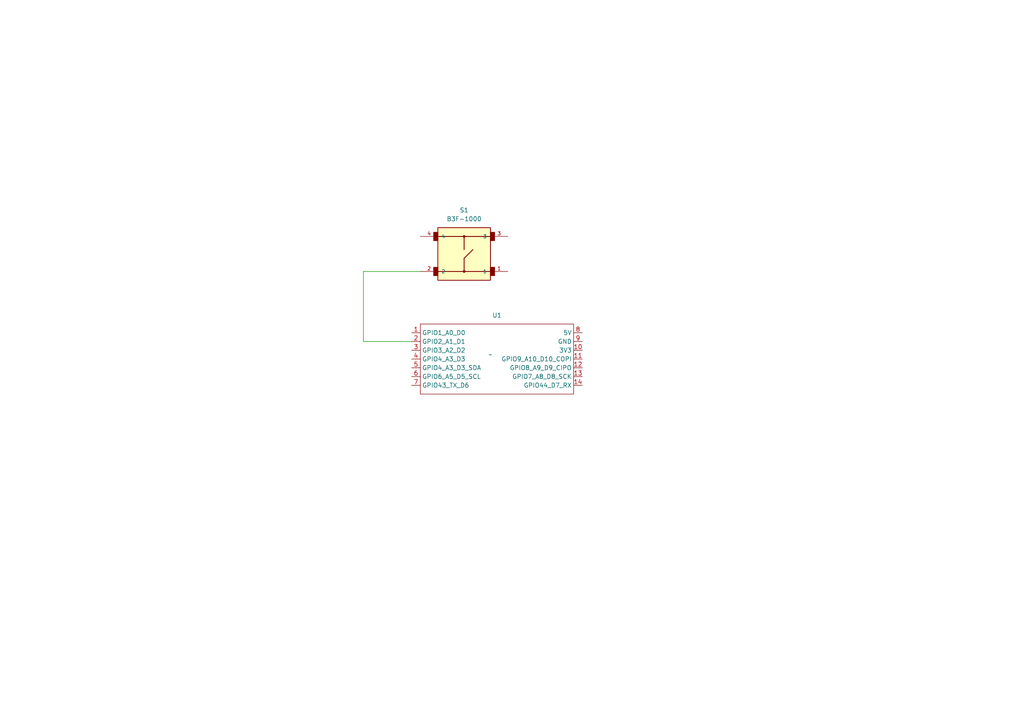
<source format=kicad_sch>
(kicad_sch (version 20230121) (generator eeschema)
  (paper "A4")
  (lib_symbols
    (symbol "B3F-1000:B3F-1000" (pin_names (offset 1.016))
      (property "Reference" "S" (at -7.6261 7.6261 0))
      (property "Value" "B3F-1000" (at -7.6316 -8.9035 0))
      (symbol "B3F-1000_0_0"
        (rectangle (start -8.8931 -6.3522) (end -7.62 -3.81) (stroke (width 0.1)) (fill (type outline)))
        (rectangle (start -8.8912 3.8105) (end -7.62 6.35) (stroke (width 0.1)) (fill (type outline)))
        (rectangle (start -7.62 -7.62) (end 7.62 7.62) (stroke (width 0.254)) (fill (type background)))
        (circle (center 0 -5.08) (radius 0.254) (stroke (width 0.254)))
        (polyline (pts (xy -7.62 -5.08) (xy 0 -5.08)) (stroke (width 0.254)))
        (polyline (pts (xy -7.62 5.08) (xy 0 5.08)) (stroke (width 0.254)))
        (polyline (pts (xy 0 -5.08) (xy 0 -1.27)) (stroke (width 0.254)))
        (polyline (pts (xy 0 -5.08) (xy 7.62 -5.08)) (stroke (width 0.254)))
        (polyline (pts (xy 0 -1.27) (xy 2.54 1.27)) (stroke (width 0.254)))
        (polyline (pts (xy 0 5.08) (xy 0 1.27)) (stroke (width 0.254)))
        (polyline (pts (xy 0 5.08) (xy 7.62 5.08)) (stroke (width 0.254)))
        (circle (center 0 5.08) (radius 0.254) (stroke (width 0.254)))
        (rectangle (start 7.6236 -6.353) (end 8.89 -3.81) (stroke (width 0.1)) (fill (type outline)))
        (rectangle (start 7.6243 3.8121) (end 8.89 6.35) (stroke (width 0.1)) (fill (type outline)))
        (pin passive line (at 12.7 -5.08 180) (length 5.08) (name "1") (number "1"))
        (pin passive line (at -12.7 -5.08 0) (length 5.08) (name "2") (number "2"))
        (pin passive line (at 12.7 5.08 180) (length 5.08) (name "3") (number "3"))
        (pin passive line (at -12.7 5.08 0) (length 5.08) (name "4") (number "4"))
      )
    )
    (symbol "esp32:XIAO_ESP32_SENSE"
      (property "Reference" "U" (at 0 0 0))
      (symbol "XIAO_ESP32_SENSE_0_1"
        (polyline (pts (xy -20.32 8.89) (xy -20.32 -11.43) (xy 24.13 -11.43) (xy 24.13 8.89) (xy -20.32 8.89)))
      )
      (symbol "XIAO_ESP32_SENSE_1_1"
        (pin bidirectional line (at -22.86 6.35 0) (length 2.54) (name "GPIO1_A0_D0") (number "1"))
        (pin bidirectional line (at 26.67 1.27 180) (length 2.54) (name "3V3") (number "10"))
        (pin bidirectional line (at 26.67 -1.27 180) (length 2.54) (name "GPIO9_A10_D10_COPI") (number "11"))
        (pin bidirectional line (at 26.67 -3.81 180) (length 2.54) (name "GPIO8_A9_D9_CIPO") (number "12"))
        (pin bidirectional line (at 26.67 -6.35 180) (length 2.54) (name "GPIO7_A8_D8_SCK") (number "13"))
        (pin bidirectional line (at 26.67 -8.89 180) (length 2.54) (name "GPIO44_D7_RX") (number "14"))
        (pin bidirectional line (at -22.86 3.81 0) (length 2.54) (name "GPIO2_A1_D1") (number "2"))
        (pin bidirectional line (at -22.86 1.27 0) (length 2.54) (name "GPIO3_A2_D2") (number "3"))
        (pin bidirectional line (at -22.86 -1.27 0) (length 2.54) (name "GPIO4_A3_D3") (number "4"))
        (pin bidirectional line (at -22.86 -3.81 0) (length 2.54) (name "GPIO4_A3_D3_SDA") (number "5"))
        (pin bidirectional line (at -22.86 -6.35 0) (length 2.54) (name "GPIO6_A5_D5_SCL") (number "6"))
        (pin bidirectional line (at -22.86 -8.89 0) (length 2.54) (name "GPIO43_TX_D6") (number "7"))
        (pin bidirectional line (at 26.67 6.35 180) (length 2.54) (name "5V") (number "8"))
        (pin bidirectional line (at 26.67 3.81 180) (length 2.54) (name "GND") (number "9"))
      )
    )
  )
  (wire (pts (xy 105.41 78.74) (xy 105.41 99.06)))
  (wire (pts (xy 121.92 78.74) (xy 105.41 78.74)))
  (wire (pts (xy 105.41 99.06) (xy 119.38 99.06)))
  (symbol (lib_id "B3F-1000:B3F-1000") (at 134.62 73.66 0) (unit 1)
    (property "Reference" "S1" (at 134.6184 60.96 0))
    (property "Value" "B3F-1000" (at 134.6184 63.5 0))
    (property "Footprint" "B3F-1000:SW_B3F-1000" (effects hide))
    (property "MF" "Omron" (effects hide))
    (property "Description" "\nTactile Switch SPST-NO Top Actuated Through Hole\n" (effects hide))
    (property "Package" "None" (effects hide))
    (property "Price" "None" (effects hide))
    (property "Check_prices" "https://www.snapeda.com/parts/B3F-1000/Omron+Electronics+Inc-EMC+Div/view-part/?ref=eda" (effects hide))
    (property "SnapEDA_Link" "https://www.snapeda.com/parts/B3F-1000/Omron+Electronics+Inc-EMC+Div/view-part/?ref=snap" (effects hide))
    (property "MP" "B3F-1000" (effects hide))
    (property "Purchase-URL" "https://www.snapeda.com/api/url_track_click_mouser/?unipart_id=48569&manufacturer=Omron&part_name=B3F-1000&search_term=None" (effects hide))
    (property "Availability" "In Stock" (effects hide))
    (property "MANUFACTURER" "Omron" (effects hide))
  )
  (symbol (lib_id "esp32:XIAO_ESP32_SENSE") (at 142.24 102.87 0) (unit 1)
    (property "Reference" "U1" (at 144.145 91.44 0))
    (property "Value" "~" (at 142.24 102.87 0))
    (property "Footprint" "514_KiCAD_Demo:XIAO_ESP32_SENSE" (effects hide))
  )
)
</source>
